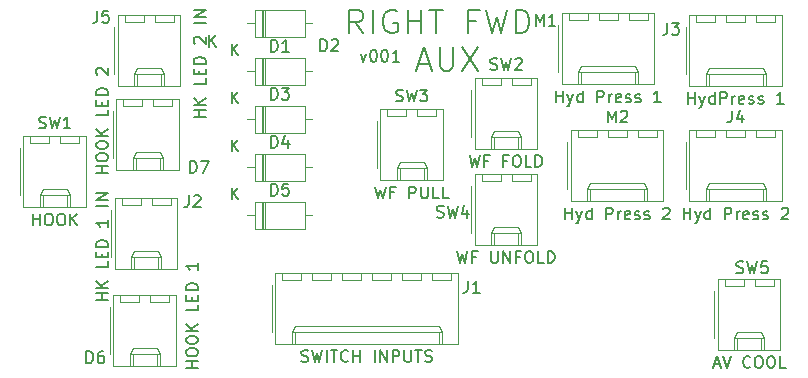
<source format=gbr>
G04 #@! TF.GenerationSoftware,KiCad,Pcbnew,(5.1.5-0-10_14)*
G04 #@! TF.CreationDate,2021-04-18T15:07:52+10:00*
G04 #@! TF.ProjectId,OH - Right Console - Forward Aux,4f48202d-2052-4696-9768-7420436f6e73,rev?*
G04 #@! TF.SameCoordinates,Original*
G04 #@! TF.FileFunction,Legend,Top*
G04 #@! TF.FilePolarity,Positive*
%FSLAX46Y46*%
G04 Gerber Fmt 4.6, Leading zero omitted, Abs format (unit mm)*
G04 Created by KiCad (PCBNEW (5.1.5-0-10_14)) date 2021-04-18 15:07:52*
%MOMM*%
%LPD*%
G04 APERTURE LIST*
%ADD10C,0.150000*%
%ADD11C,0.120000*%
G04 APERTURE END LIST*
D10*
X136255333Y-84240714D02*
X136493428Y-84907380D01*
X136731523Y-84240714D01*
X137302952Y-83907380D02*
X137398190Y-83907380D01*
X137493428Y-83955000D01*
X137541047Y-84002619D01*
X137588666Y-84097857D01*
X137636285Y-84288333D01*
X137636285Y-84526428D01*
X137588666Y-84716904D01*
X137541047Y-84812142D01*
X137493428Y-84859761D01*
X137398190Y-84907380D01*
X137302952Y-84907380D01*
X137207714Y-84859761D01*
X137160095Y-84812142D01*
X137112476Y-84716904D01*
X137064857Y-84526428D01*
X137064857Y-84288333D01*
X137112476Y-84097857D01*
X137160095Y-84002619D01*
X137207714Y-83955000D01*
X137302952Y-83907380D01*
X138255333Y-83907380D02*
X138350571Y-83907380D01*
X138445809Y-83955000D01*
X138493428Y-84002619D01*
X138541047Y-84097857D01*
X138588666Y-84288333D01*
X138588666Y-84526428D01*
X138541047Y-84716904D01*
X138493428Y-84812142D01*
X138445809Y-84859761D01*
X138350571Y-84907380D01*
X138255333Y-84907380D01*
X138160095Y-84859761D01*
X138112476Y-84812142D01*
X138064857Y-84716904D01*
X138017238Y-84526428D01*
X138017238Y-84288333D01*
X138064857Y-84097857D01*
X138112476Y-84002619D01*
X138160095Y-83955000D01*
X138255333Y-83907380D01*
X139541047Y-84907380D02*
X138969619Y-84907380D01*
X139255333Y-84907380D02*
X139255333Y-83907380D01*
X139160095Y-84050238D01*
X139064857Y-84145476D01*
X138969619Y-84193095D01*
X136446523Y-82514761D02*
X135779857Y-81562380D01*
X135303666Y-82514761D02*
X135303666Y-80514761D01*
X136065571Y-80514761D01*
X136256047Y-80610000D01*
X136351285Y-80705238D01*
X136446523Y-80895714D01*
X136446523Y-81181428D01*
X136351285Y-81371904D01*
X136256047Y-81467142D01*
X136065571Y-81562380D01*
X135303666Y-81562380D01*
X137303666Y-82514761D02*
X137303666Y-80514761D01*
X139303666Y-80610000D02*
X139113190Y-80514761D01*
X138827476Y-80514761D01*
X138541761Y-80610000D01*
X138351285Y-80800476D01*
X138256047Y-80990952D01*
X138160809Y-81371904D01*
X138160809Y-81657619D01*
X138256047Y-82038571D01*
X138351285Y-82229047D01*
X138541761Y-82419523D01*
X138827476Y-82514761D01*
X139017952Y-82514761D01*
X139303666Y-82419523D01*
X139398904Y-82324285D01*
X139398904Y-81657619D01*
X139017952Y-81657619D01*
X140256047Y-82514761D02*
X140256047Y-80514761D01*
X140256047Y-81467142D02*
X141398904Y-81467142D01*
X141398904Y-82514761D02*
X141398904Y-80514761D01*
X142065571Y-80514761D02*
X143208428Y-80514761D01*
X142637000Y-82514761D02*
X142637000Y-80514761D01*
X146065571Y-81467142D02*
X145398904Y-81467142D01*
X145398904Y-82514761D02*
X145398904Y-80514761D01*
X146351285Y-80514761D01*
X146922714Y-80514761D02*
X147398904Y-82514761D01*
X147779857Y-81086190D01*
X148160809Y-82514761D01*
X148637000Y-80514761D01*
X149398904Y-82514761D02*
X149398904Y-80514761D01*
X149875095Y-80514761D01*
X150160809Y-80610000D01*
X150351285Y-80800476D01*
X150446523Y-80990952D01*
X150541761Y-81371904D01*
X150541761Y-81657619D01*
X150446523Y-82038571D01*
X150351285Y-82229047D01*
X150160809Y-82419523D01*
X149875095Y-82514761D01*
X149398904Y-82514761D01*
X141160809Y-85093333D02*
X142113190Y-85093333D01*
X140970333Y-85664761D02*
X141637000Y-83664761D01*
X142303666Y-85664761D01*
X142970333Y-83664761D02*
X142970333Y-85283809D01*
X143065571Y-85474285D01*
X143160809Y-85569523D01*
X143351285Y-85664761D01*
X143732238Y-85664761D01*
X143922714Y-85569523D01*
X144017952Y-85474285D01*
X144113190Y-85283809D01*
X144113190Y-83664761D01*
X144875095Y-83664761D02*
X146208428Y-85664761D01*
X146208428Y-83664761D02*
X144875095Y-85664761D01*
D11*
X142659000Y-89518000D02*
X142659000Y-88918000D01*
X141059000Y-89518000D02*
X142659000Y-89518000D01*
X141059000Y-88918000D02*
X141059000Y-89518000D01*
X140119000Y-89518000D02*
X140119000Y-88918000D01*
X138519000Y-89518000D02*
X140119000Y-89518000D01*
X138519000Y-88918000D02*
X138519000Y-89518000D01*
X141609000Y-94938000D02*
X141609000Y-93938000D01*
X139569000Y-94938000D02*
X139569000Y-93938000D01*
X141609000Y-93408000D02*
X141859000Y-93938000D01*
X139569000Y-93408000D02*
X141609000Y-93408000D01*
X139319000Y-93938000D02*
X139569000Y-93408000D01*
X141859000Y-93938000D02*
X141859000Y-94938000D01*
X139319000Y-93938000D02*
X141859000Y-93938000D01*
X139319000Y-94938000D02*
X139319000Y-93938000D01*
X137649000Y-89948000D02*
X137649000Y-93948000D01*
X143239000Y-88918000D02*
X137939000Y-88918000D01*
X143239000Y-94938000D02*
X143239000Y-88918000D01*
X137939000Y-94938000D02*
X143239000Y-94938000D01*
X137939000Y-88918000D02*
X137939000Y-94938000D01*
X143929000Y-103361000D02*
X143929000Y-102761000D01*
X142329000Y-103361000D02*
X143929000Y-103361000D01*
X142329000Y-102761000D02*
X142329000Y-103361000D01*
X141389000Y-103361000D02*
X141389000Y-102761000D01*
X139789000Y-103361000D02*
X141389000Y-103361000D01*
X139789000Y-102761000D02*
X139789000Y-103361000D01*
X138849000Y-103361000D02*
X138849000Y-102761000D01*
X137249000Y-103361000D02*
X138849000Y-103361000D01*
X137249000Y-102761000D02*
X137249000Y-103361000D01*
X136309000Y-103361000D02*
X136309000Y-102761000D01*
X134709000Y-103361000D02*
X136309000Y-103361000D01*
X134709000Y-102761000D02*
X134709000Y-103361000D01*
X133769000Y-103361000D02*
X133769000Y-102761000D01*
X132169000Y-103361000D02*
X133769000Y-103361000D01*
X132169000Y-102761000D02*
X132169000Y-103361000D01*
X131229000Y-103361000D02*
X131229000Y-102761000D01*
X129629000Y-103361000D02*
X131229000Y-103361000D01*
X129629000Y-102761000D02*
X129629000Y-103361000D01*
X142879000Y-108781000D02*
X142879000Y-107781000D01*
X130679000Y-108781000D02*
X130679000Y-107781000D01*
X142879000Y-107251000D02*
X143129000Y-107781000D01*
X130679000Y-107251000D02*
X142879000Y-107251000D01*
X130429000Y-107781000D02*
X130679000Y-107251000D01*
X143129000Y-107781000D02*
X143129000Y-108781000D01*
X130429000Y-107781000D02*
X143129000Y-107781000D01*
X130429000Y-108781000D02*
X130429000Y-107781000D01*
X128759000Y-103791000D02*
X128759000Y-107791000D01*
X144509000Y-102761000D02*
X129049000Y-102761000D01*
X144509000Y-108781000D02*
X144509000Y-102761000D01*
X129049000Y-108781000D02*
X144509000Y-108781000D01*
X129049000Y-102761000D02*
X129049000Y-108781000D01*
X127893000Y-88669000D02*
X127893000Y-90909000D01*
X128133000Y-88669000D02*
X128133000Y-90909000D01*
X128013000Y-88669000D02*
X128013000Y-90909000D01*
X132183000Y-89789000D02*
X131533000Y-89789000D01*
X126643000Y-89789000D02*
X127293000Y-89789000D01*
X131533000Y-88669000D02*
X127293000Y-88669000D01*
X131533000Y-90909000D02*
X131533000Y-88669000D01*
X127293000Y-90909000D02*
X131533000Y-90909000D01*
X127293000Y-88669000D02*
X127293000Y-90909000D01*
X171361000Y-81517000D02*
X171361000Y-80917000D01*
X169761000Y-81517000D02*
X171361000Y-81517000D01*
X169761000Y-80917000D02*
X169761000Y-81517000D01*
X168821000Y-81517000D02*
X168821000Y-80917000D01*
X167221000Y-81517000D02*
X168821000Y-81517000D01*
X167221000Y-80917000D02*
X167221000Y-81517000D01*
X166281000Y-81517000D02*
X166281000Y-80917000D01*
X164681000Y-81517000D02*
X166281000Y-81517000D01*
X164681000Y-80917000D02*
X164681000Y-81517000D01*
X170311000Y-86937000D02*
X170311000Y-85937000D01*
X165731000Y-86937000D02*
X165731000Y-85937000D01*
X170311000Y-85407000D02*
X170561000Y-85937000D01*
X165731000Y-85407000D02*
X170311000Y-85407000D01*
X165481000Y-85937000D02*
X165731000Y-85407000D01*
X170561000Y-85937000D02*
X170561000Y-86937000D01*
X165481000Y-85937000D02*
X170561000Y-85937000D01*
X165481000Y-86937000D02*
X165481000Y-85937000D01*
X163811000Y-81947000D02*
X163811000Y-85947000D01*
X171941000Y-80917000D02*
X164101000Y-80917000D01*
X171941000Y-86937000D02*
X171941000Y-80917000D01*
X164101000Y-86937000D02*
X171941000Y-86937000D01*
X164101000Y-80917000D02*
X164101000Y-86937000D01*
X171234000Y-103869000D02*
X171234000Y-103269000D01*
X169634000Y-103869000D02*
X171234000Y-103869000D01*
X169634000Y-103269000D02*
X169634000Y-103869000D01*
X168694000Y-103869000D02*
X168694000Y-103269000D01*
X167094000Y-103869000D02*
X168694000Y-103869000D01*
X167094000Y-103269000D02*
X167094000Y-103869000D01*
X170184000Y-109289000D02*
X170184000Y-108289000D01*
X168144000Y-109289000D02*
X168144000Y-108289000D01*
X170184000Y-107759000D02*
X170434000Y-108289000D01*
X168144000Y-107759000D02*
X170184000Y-107759000D01*
X167894000Y-108289000D02*
X168144000Y-107759000D01*
X170434000Y-108289000D02*
X170434000Y-109289000D01*
X167894000Y-108289000D02*
X170434000Y-108289000D01*
X167894000Y-109289000D02*
X167894000Y-108289000D01*
X166224000Y-104299000D02*
X166224000Y-108299000D01*
X171814000Y-103269000D02*
X166514000Y-103269000D01*
X171814000Y-109289000D02*
X171814000Y-103269000D01*
X166514000Y-109289000D02*
X171814000Y-109289000D01*
X166514000Y-103269000D02*
X166514000Y-109289000D01*
X150660000Y-94979000D02*
X150660000Y-94379000D01*
X149060000Y-94979000D02*
X150660000Y-94979000D01*
X149060000Y-94379000D02*
X149060000Y-94979000D01*
X148120000Y-94979000D02*
X148120000Y-94379000D01*
X146520000Y-94979000D02*
X148120000Y-94979000D01*
X146520000Y-94379000D02*
X146520000Y-94979000D01*
X149610000Y-100399000D02*
X149610000Y-99399000D01*
X147570000Y-100399000D02*
X147570000Y-99399000D01*
X149610000Y-98869000D02*
X149860000Y-99399000D01*
X147570000Y-98869000D02*
X149610000Y-98869000D01*
X147320000Y-99399000D02*
X147570000Y-98869000D01*
X149860000Y-99399000D02*
X149860000Y-100399000D01*
X147320000Y-99399000D02*
X149860000Y-99399000D01*
X147320000Y-100399000D02*
X147320000Y-99399000D01*
X145650000Y-95409000D02*
X145650000Y-99409000D01*
X151240000Y-94379000D02*
X145940000Y-94379000D01*
X151240000Y-100399000D02*
X151240000Y-94379000D01*
X145940000Y-100399000D02*
X151240000Y-100399000D01*
X145940000Y-94379000D02*
X145940000Y-100399000D01*
X150660000Y-86851000D02*
X150660000Y-86251000D01*
X149060000Y-86851000D02*
X150660000Y-86851000D01*
X149060000Y-86251000D02*
X149060000Y-86851000D01*
X148120000Y-86851000D02*
X148120000Y-86251000D01*
X146520000Y-86851000D02*
X148120000Y-86851000D01*
X146520000Y-86251000D02*
X146520000Y-86851000D01*
X149610000Y-92271000D02*
X149610000Y-91271000D01*
X147570000Y-92271000D02*
X147570000Y-91271000D01*
X149610000Y-90741000D02*
X149860000Y-91271000D01*
X147570000Y-90741000D02*
X149610000Y-90741000D01*
X147320000Y-91271000D02*
X147570000Y-90741000D01*
X149860000Y-91271000D02*
X149860000Y-92271000D01*
X147320000Y-91271000D02*
X149860000Y-91271000D01*
X147320000Y-92271000D02*
X147320000Y-91271000D01*
X145650000Y-87281000D02*
X145650000Y-91281000D01*
X151240000Y-86251000D02*
X145940000Y-86251000D01*
X151240000Y-92271000D02*
X151240000Y-86251000D01*
X145940000Y-92271000D02*
X151240000Y-92271000D01*
X145940000Y-86251000D02*
X145940000Y-92271000D01*
X112433000Y-91804000D02*
X112433000Y-91204000D01*
X110833000Y-91804000D02*
X112433000Y-91804000D01*
X110833000Y-91204000D02*
X110833000Y-91804000D01*
X109893000Y-91804000D02*
X109893000Y-91204000D01*
X108293000Y-91804000D02*
X109893000Y-91804000D01*
X108293000Y-91204000D02*
X108293000Y-91804000D01*
X111383000Y-97224000D02*
X111383000Y-96224000D01*
X109343000Y-97224000D02*
X109343000Y-96224000D01*
X111383000Y-95694000D02*
X111633000Y-96224000D01*
X109343000Y-95694000D02*
X111383000Y-95694000D01*
X109093000Y-96224000D02*
X109343000Y-95694000D01*
X111633000Y-96224000D02*
X111633000Y-97224000D01*
X109093000Y-96224000D02*
X111633000Y-96224000D01*
X109093000Y-97224000D02*
X109093000Y-96224000D01*
X107423000Y-92234000D02*
X107423000Y-96234000D01*
X113013000Y-91204000D02*
X107713000Y-91204000D01*
X113013000Y-97224000D02*
X113013000Y-91204000D01*
X107713000Y-97224000D02*
X113013000Y-97224000D01*
X107713000Y-91204000D02*
X107713000Y-97224000D01*
X161328000Y-91296000D02*
X161328000Y-90696000D01*
X159728000Y-91296000D02*
X161328000Y-91296000D01*
X159728000Y-90696000D02*
X159728000Y-91296000D01*
X158788000Y-91296000D02*
X158788000Y-90696000D01*
X157188000Y-91296000D02*
X158788000Y-91296000D01*
X157188000Y-90696000D02*
X157188000Y-91296000D01*
X156248000Y-91296000D02*
X156248000Y-90696000D01*
X154648000Y-91296000D02*
X156248000Y-91296000D01*
X154648000Y-90696000D02*
X154648000Y-91296000D01*
X160278000Y-96716000D02*
X160278000Y-95716000D01*
X155698000Y-96716000D02*
X155698000Y-95716000D01*
X160278000Y-95186000D02*
X160528000Y-95716000D01*
X155698000Y-95186000D02*
X160278000Y-95186000D01*
X155448000Y-95716000D02*
X155698000Y-95186000D01*
X160528000Y-95716000D02*
X160528000Y-96716000D01*
X155448000Y-95716000D02*
X160528000Y-95716000D01*
X155448000Y-96716000D02*
X155448000Y-95716000D01*
X153778000Y-91726000D02*
X153778000Y-95726000D01*
X161908000Y-90696000D02*
X154068000Y-90696000D01*
X161908000Y-96716000D02*
X161908000Y-90696000D01*
X154068000Y-96716000D02*
X161908000Y-96716000D01*
X154068000Y-90696000D02*
X154068000Y-96716000D01*
X160566000Y-81390000D02*
X160566000Y-80790000D01*
X158966000Y-81390000D02*
X160566000Y-81390000D01*
X158966000Y-80790000D02*
X158966000Y-81390000D01*
X158026000Y-81390000D02*
X158026000Y-80790000D01*
X156426000Y-81390000D02*
X158026000Y-81390000D01*
X156426000Y-80790000D02*
X156426000Y-81390000D01*
X155486000Y-81390000D02*
X155486000Y-80790000D01*
X153886000Y-81390000D02*
X155486000Y-81390000D01*
X153886000Y-80790000D02*
X153886000Y-81390000D01*
X159516000Y-86810000D02*
X159516000Y-85810000D01*
X154936000Y-86810000D02*
X154936000Y-85810000D01*
X159516000Y-85280000D02*
X159766000Y-85810000D01*
X154936000Y-85280000D02*
X159516000Y-85280000D01*
X154686000Y-85810000D02*
X154936000Y-85280000D01*
X159766000Y-85810000D02*
X159766000Y-86810000D01*
X154686000Y-85810000D02*
X159766000Y-85810000D01*
X154686000Y-86810000D02*
X154686000Y-85810000D01*
X153016000Y-81820000D02*
X153016000Y-85820000D01*
X161146000Y-80790000D02*
X153306000Y-80790000D01*
X161146000Y-86810000D02*
X161146000Y-80790000D01*
X153306000Y-86810000D02*
X161146000Y-86810000D01*
X153306000Y-80790000D02*
X153306000Y-86810000D01*
X120434000Y-81517000D02*
X120434000Y-80917000D01*
X118834000Y-81517000D02*
X120434000Y-81517000D01*
X118834000Y-80917000D02*
X118834000Y-81517000D01*
X117894000Y-81517000D02*
X117894000Y-80917000D01*
X116294000Y-81517000D02*
X117894000Y-81517000D01*
X116294000Y-80917000D02*
X116294000Y-81517000D01*
X119384000Y-86937000D02*
X119384000Y-85937000D01*
X117344000Y-86937000D02*
X117344000Y-85937000D01*
X119384000Y-85407000D02*
X119634000Y-85937000D01*
X117344000Y-85407000D02*
X119384000Y-85407000D01*
X117094000Y-85937000D02*
X117344000Y-85407000D01*
X119634000Y-85937000D02*
X119634000Y-86937000D01*
X117094000Y-85937000D02*
X119634000Y-85937000D01*
X117094000Y-86937000D02*
X117094000Y-85937000D01*
X115424000Y-81947000D02*
X115424000Y-85947000D01*
X121014000Y-80917000D02*
X115714000Y-80917000D01*
X121014000Y-86937000D02*
X121014000Y-80917000D01*
X115714000Y-86937000D02*
X121014000Y-86937000D01*
X115714000Y-80917000D02*
X115714000Y-86937000D01*
X171361000Y-91296000D02*
X171361000Y-90696000D01*
X169761000Y-91296000D02*
X171361000Y-91296000D01*
X169761000Y-90696000D02*
X169761000Y-91296000D01*
X168821000Y-91296000D02*
X168821000Y-90696000D01*
X167221000Y-91296000D02*
X168821000Y-91296000D01*
X167221000Y-90696000D02*
X167221000Y-91296000D01*
X166281000Y-91296000D02*
X166281000Y-90696000D01*
X164681000Y-91296000D02*
X166281000Y-91296000D01*
X164681000Y-90696000D02*
X164681000Y-91296000D01*
X170311000Y-96716000D02*
X170311000Y-95716000D01*
X165731000Y-96716000D02*
X165731000Y-95716000D01*
X170311000Y-95186000D02*
X170561000Y-95716000D01*
X165731000Y-95186000D02*
X170311000Y-95186000D01*
X165481000Y-95716000D02*
X165731000Y-95186000D01*
X170561000Y-95716000D02*
X170561000Y-96716000D01*
X165481000Y-95716000D02*
X170561000Y-95716000D01*
X165481000Y-96716000D02*
X165481000Y-95716000D01*
X163811000Y-91726000D02*
X163811000Y-95726000D01*
X171941000Y-90696000D02*
X164101000Y-90696000D01*
X171941000Y-96716000D02*
X171941000Y-90696000D01*
X164101000Y-96716000D02*
X171941000Y-96716000D01*
X164101000Y-90696000D02*
X164101000Y-96716000D01*
X120180000Y-97011000D02*
X120180000Y-96411000D01*
X118580000Y-97011000D02*
X120180000Y-97011000D01*
X118580000Y-96411000D02*
X118580000Y-97011000D01*
X117640000Y-97011000D02*
X117640000Y-96411000D01*
X116040000Y-97011000D02*
X117640000Y-97011000D01*
X116040000Y-96411000D02*
X116040000Y-97011000D01*
X119130000Y-102431000D02*
X119130000Y-101431000D01*
X117090000Y-102431000D02*
X117090000Y-101431000D01*
X119130000Y-100901000D02*
X119380000Y-101431000D01*
X117090000Y-100901000D02*
X119130000Y-100901000D01*
X116840000Y-101431000D02*
X117090000Y-100901000D01*
X119380000Y-101431000D02*
X119380000Y-102431000D01*
X116840000Y-101431000D02*
X119380000Y-101431000D01*
X116840000Y-102431000D02*
X116840000Y-101431000D01*
X115170000Y-97441000D02*
X115170000Y-101441000D01*
X120760000Y-96411000D02*
X115460000Y-96411000D01*
X120760000Y-102431000D02*
X120760000Y-96411000D01*
X115460000Y-102431000D02*
X120760000Y-102431000D01*
X115460000Y-96411000D02*
X115460000Y-102431000D01*
X120307000Y-88629000D02*
X120307000Y-88029000D01*
X118707000Y-88629000D02*
X120307000Y-88629000D01*
X118707000Y-88029000D02*
X118707000Y-88629000D01*
X117767000Y-88629000D02*
X117767000Y-88029000D01*
X116167000Y-88629000D02*
X117767000Y-88629000D01*
X116167000Y-88029000D02*
X116167000Y-88629000D01*
X119257000Y-94049000D02*
X119257000Y-93049000D01*
X117217000Y-94049000D02*
X117217000Y-93049000D01*
X119257000Y-92519000D02*
X119507000Y-93049000D01*
X117217000Y-92519000D02*
X119257000Y-92519000D01*
X116967000Y-93049000D02*
X117217000Y-92519000D01*
X119507000Y-93049000D02*
X119507000Y-94049000D01*
X116967000Y-93049000D02*
X119507000Y-93049000D01*
X116967000Y-94049000D02*
X116967000Y-93049000D01*
X115297000Y-89059000D02*
X115297000Y-93059000D01*
X120887000Y-88029000D02*
X115587000Y-88029000D01*
X120887000Y-94049000D02*
X120887000Y-88029000D01*
X115587000Y-94049000D02*
X120887000Y-94049000D01*
X115587000Y-88029000D02*
X115587000Y-94049000D01*
X120053000Y-105266000D02*
X120053000Y-104666000D01*
X118453000Y-105266000D02*
X120053000Y-105266000D01*
X118453000Y-104666000D02*
X118453000Y-105266000D01*
X117513000Y-105266000D02*
X117513000Y-104666000D01*
X115913000Y-105266000D02*
X117513000Y-105266000D01*
X115913000Y-104666000D02*
X115913000Y-105266000D01*
X119003000Y-110686000D02*
X119003000Y-109686000D01*
X116963000Y-110686000D02*
X116963000Y-109686000D01*
X119003000Y-109156000D02*
X119253000Y-109686000D01*
X116963000Y-109156000D02*
X119003000Y-109156000D01*
X116713000Y-109686000D02*
X116963000Y-109156000D01*
X119253000Y-109686000D02*
X119253000Y-110686000D01*
X116713000Y-109686000D02*
X119253000Y-109686000D01*
X116713000Y-110686000D02*
X116713000Y-109686000D01*
X115043000Y-105696000D02*
X115043000Y-109696000D01*
X120633000Y-104666000D02*
X115333000Y-104666000D01*
X120633000Y-110686000D02*
X120633000Y-104666000D01*
X115333000Y-110686000D02*
X120633000Y-110686000D01*
X115333000Y-104666000D02*
X115333000Y-110686000D01*
X127893000Y-96797000D02*
X127893000Y-99037000D01*
X128133000Y-96797000D02*
X128133000Y-99037000D01*
X128013000Y-96797000D02*
X128013000Y-99037000D01*
X132183000Y-97917000D02*
X131533000Y-97917000D01*
X126643000Y-97917000D02*
X127293000Y-97917000D01*
X131533000Y-96797000D02*
X127293000Y-96797000D01*
X131533000Y-99037000D02*
X131533000Y-96797000D01*
X127293000Y-99037000D02*
X131533000Y-99037000D01*
X127293000Y-96797000D02*
X127293000Y-99037000D01*
X127893000Y-92733000D02*
X127893000Y-94973000D01*
X128133000Y-92733000D02*
X128133000Y-94973000D01*
X128013000Y-92733000D02*
X128013000Y-94973000D01*
X132183000Y-93853000D02*
X131533000Y-93853000D01*
X126643000Y-93853000D02*
X127293000Y-93853000D01*
X131533000Y-92733000D02*
X127293000Y-92733000D01*
X131533000Y-94973000D02*
X131533000Y-92733000D01*
X127293000Y-94973000D02*
X131533000Y-94973000D01*
X127293000Y-92733000D02*
X127293000Y-94973000D01*
X127893000Y-80541000D02*
X127893000Y-82781000D01*
X128133000Y-80541000D02*
X128133000Y-82781000D01*
X128013000Y-80541000D02*
X128013000Y-82781000D01*
X132183000Y-81661000D02*
X131533000Y-81661000D01*
X126643000Y-81661000D02*
X127293000Y-81661000D01*
X131533000Y-80541000D02*
X127293000Y-80541000D01*
X131533000Y-82781000D02*
X131533000Y-80541000D01*
X127293000Y-82781000D02*
X131533000Y-82781000D01*
X127293000Y-80541000D02*
X127293000Y-82781000D01*
X127893000Y-84605000D02*
X127893000Y-86845000D01*
X128133000Y-84605000D02*
X128133000Y-86845000D01*
X128013000Y-84605000D02*
X128013000Y-86845000D01*
X132183000Y-85725000D02*
X131533000Y-85725000D01*
X126643000Y-85725000D02*
X127293000Y-85725000D01*
X131533000Y-84605000D02*
X127293000Y-84605000D01*
X131533000Y-86845000D02*
X131533000Y-84605000D01*
X127293000Y-86845000D02*
X131533000Y-86845000D01*
X127293000Y-84605000D02*
X127293000Y-86845000D01*
D10*
X139255666Y-88232761D02*
X139398523Y-88280380D01*
X139636619Y-88280380D01*
X139731857Y-88232761D01*
X139779476Y-88185142D01*
X139827095Y-88089904D01*
X139827095Y-87994666D01*
X139779476Y-87899428D01*
X139731857Y-87851809D01*
X139636619Y-87804190D01*
X139446142Y-87756571D01*
X139350904Y-87708952D01*
X139303285Y-87661333D01*
X139255666Y-87566095D01*
X139255666Y-87470857D01*
X139303285Y-87375619D01*
X139350904Y-87328000D01*
X139446142Y-87280380D01*
X139684238Y-87280380D01*
X139827095Y-87328000D01*
X140160428Y-87280380D02*
X140398523Y-88280380D01*
X140589000Y-87566095D01*
X140779476Y-88280380D01*
X141017571Y-87280380D01*
X141303285Y-87280380D02*
X141922333Y-87280380D01*
X141589000Y-87661333D01*
X141731857Y-87661333D01*
X141827095Y-87708952D01*
X141874714Y-87756571D01*
X141922333Y-87851809D01*
X141922333Y-88089904D01*
X141874714Y-88185142D01*
X141827095Y-88232761D01*
X141731857Y-88280380D01*
X141446142Y-88280380D01*
X141350904Y-88232761D01*
X141303285Y-88185142D01*
X137517571Y-95480380D02*
X137755666Y-96480380D01*
X137946142Y-95766095D01*
X138136619Y-96480380D01*
X138374714Y-95480380D01*
X139089000Y-95956571D02*
X138755666Y-95956571D01*
X138755666Y-96480380D02*
X138755666Y-95480380D01*
X139231857Y-95480380D01*
X140374714Y-96480380D02*
X140374714Y-95480380D01*
X140755666Y-95480380D01*
X140850904Y-95528000D01*
X140898523Y-95575619D01*
X140946142Y-95670857D01*
X140946142Y-95813714D01*
X140898523Y-95908952D01*
X140850904Y-95956571D01*
X140755666Y-96004190D01*
X140374714Y-96004190D01*
X141374714Y-95480380D02*
X141374714Y-96289904D01*
X141422333Y-96385142D01*
X141469952Y-96432761D01*
X141565190Y-96480380D01*
X141755666Y-96480380D01*
X141850904Y-96432761D01*
X141898523Y-96385142D01*
X141946142Y-96289904D01*
X141946142Y-95480380D01*
X142898523Y-96480380D02*
X142422333Y-96480380D01*
X142422333Y-95480380D01*
X143708047Y-96480380D02*
X143231857Y-96480380D01*
X143231857Y-95480380D01*
X145335666Y-103465380D02*
X145335666Y-104179666D01*
X145288047Y-104322523D01*
X145192809Y-104417761D01*
X145049952Y-104465380D01*
X144954714Y-104465380D01*
X146335666Y-104465380D02*
X145764238Y-104465380D01*
X146049952Y-104465380D02*
X146049952Y-103465380D01*
X145954714Y-103608238D01*
X145859476Y-103703476D01*
X145764238Y-103751095D01*
X131255190Y-110275761D02*
X131398047Y-110323380D01*
X131636142Y-110323380D01*
X131731380Y-110275761D01*
X131779000Y-110228142D01*
X131826619Y-110132904D01*
X131826619Y-110037666D01*
X131779000Y-109942428D01*
X131731380Y-109894809D01*
X131636142Y-109847190D01*
X131445666Y-109799571D01*
X131350428Y-109751952D01*
X131302809Y-109704333D01*
X131255190Y-109609095D01*
X131255190Y-109513857D01*
X131302809Y-109418619D01*
X131350428Y-109371000D01*
X131445666Y-109323380D01*
X131683761Y-109323380D01*
X131826619Y-109371000D01*
X132159952Y-109323380D02*
X132398047Y-110323380D01*
X132588523Y-109609095D01*
X132779000Y-110323380D01*
X133017095Y-109323380D01*
X133398047Y-110323380D02*
X133398047Y-109323380D01*
X133731380Y-109323380D02*
X134302809Y-109323380D01*
X134017095Y-110323380D02*
X134017095Y-109323380D01*
X135207571Y-110228142D02*
X135159952Y-110275761D01*
X135017095Y-110323380D01*
X134921857Y-110323380D01*
X134779000Y-110275761D01*
X134683761Y-110180523D01*
X134636142Y-110085285D01*
X134588523Y-109894809D01*
X134588523Y-109751952D01*
X134636142Y-109561476D01*
X134683761Y-109466238D01*
X134779000Y-109371000D01*
X134921857Y-109323380D01*
X135017095Y-109323380D01*
X135159952Y-109371000D01*
X135207571Y-109418619D01*
X135636142Y-110323380D02*
X135636142Y-109323380D01*
X135636142Y-109799571D02*
X136207571Y-109799571D01*
X136207571Y-110323380D02*
X136207571Y-109323380D01*
X137445666Y-110323380D02*
X137445666Y-109323380D01*
X137921857Y-110323380D02*
X137921857Y-109323380D01*
X138493285Y-110323380D01*
X138493285Y-109323380D01*
X138969476Y-110323380D02*
X138969476Y-109323380D01*
X139350428Y-109323380D01*
X139445666Y-109371000D01*
X139493285Y-109418619D01*
X139540904Y-109513857D01*
X139540904Y-109656714D01*
X139493285Y-109751952D01*
X139445666Y-109799571D01*
X139350428Y-109847190D01*
X138969476Y-109847190D01*
X139969476Y-109323380D02*
X139969476Y-110132904D01*
X140017095Y-110228142D01*
X140064714Y-110275761D01*
X140159952Y-110323380D01*
X140350428Y-110323380D01*
X140445666Y-110275761D01*
X140493285Y-110228142D01*
X140540904Y-110132904D01*
X140540904Y-109323380D01*
X140874238Y-109323380D02*
X141445666Y-109323380D01*
X141159952Y-110323380D02*
X141159952Y-109323380D01*
X141731380Y-110275761D02*
X141874238Y-110323380D01*
X142112333Y-110323380D01*
X142207571Y-110275761D01*
X142255190Y-110228142D01*
X142302809Y-110132904D01*
X142302809Y-110037666D01*
X142255190Y-109942428D01*
X142207571Y-109894809D01*
X142112333Y-109847190D01*
X141921857Y-109799571D01*
X141826619Y-109751952D01*
X141779000Y-109704333D01*
X141731380Y-109609095D01*
X141731380Y-109513857D01*
X141779000Y-109418619D01*
X141826619Y-109371000D01*
X141921857Y-109323380D01*
X142159952Y-109323380D01*
X142302809Y-109371000D01*
X128674904Y-88121380D02*
X128674904Y-87121380D01*
X128913000Y-87121380D01*
X129055857Y-87169000D01*
X129151095Y-87264238D01*
X129198714Y-87359476D01*
X129246333Y-87549952D01*
X129246333Y-87692809D01*
X129198714Y-87883285D01*
X129151095Y-87978523D01*
X129055857Y-88073761D01*
X128913000Y-88121380D01*
X128674904Y-88121380D01*
X129579666Y-87121380D02*
X130198714Y-87121380D01*
X129865380Y-87502333D01*
X130008238Y-87502333D01*
X130103476Y-87549952D01*
X130151095Y-87597571D01*
X130198714Y-87692809D01*
X130198714Y-87930904D01*
X130151095Y-88026142D01*
X130103476Y-88073761D01*
X130008238Y-88121380D01*
X129722523Y-88121380D01*
X129627285Y-88073761D01*
X129579666Y-88026142D01*
X125341095Y-88441380D02*
X125341095Y-87441380D01*
X125912523Y-88441380D02*
X125483952Y-87869952D01*
X125912523Y-87441380D02*
X125341095Y-88012809D01*
X162226666Y-81621380D02*
X162226666Y-82335666D01*
X162179047Y-82478523D01*
X162083809Y-82573761D01*
X161940952Y-82621380D01*
X161845714Y-82621380D01*
X162607619Y-81621380D02*
X163226666Y-81621380D01*
X162893333Y-82002333D01*
X163036190Y-82002333D01*
X163131428Y-82049952D01*
X163179047Y-82097571D01*
X163226666Y-82192809D01*
X163226666Y-82430904D01*
X163179047Y-82526142D01*
X163131428Y-82573761D01*
X163036190Y-82621380D01*
X162750476Y-82621380D01*
X162655238Y-82573761D01*
X162607619Y-82526142D01*
X163997190Y-88479380D02*
X163997190Y-87479380D01*
X163997190Y-87955571D02*
X164568619Y-87955571D01*
X164568619Y-88479380D02*
X164568619Y-87479380D01*
X164949571Y-87812714D02*
X165187666Y-88479380D01*
X165425761Y-87812714D02*
X165187666Y-88479380D01*
X165092428Y-88717476D01*
X165044809Y-88765095D01*
X164949571Y-88812714D01*
X166235285Y-88479380D02*
X166235285Y-87479380D01*
X166235285Y-88431761D02*
X166140047Y-88479380D01*
X165949571Y-88479380D01*
X165854333Y-88431761D01*
X165806714Y-88384142D01*
X165759095Y-88288904D01*
X165759095Y-88003190D01*
X165806714Y-87907952D01*
X165854333Y-87860333D01*
X165949571Y-87812714D01*
X166140047Y-87812714D01*
X166235285Y-87860333D01*
X166711476Y-88479380D02*
X166711476Y-87479380D01*
X167092428Y-87479380D01*
X167187666Y-87527000D01*
X167235285Y-87574619D01*
X167282904Y-87669857D01*
X167282904Y-87812714D01*
X167235285Y-87907952D01*
X167187666Y-87955571D01*
X167092428Y-88003190D01*
X166711476Y-88003190D01*
X167711476Y-88479380D02*
X167711476Y-87812714D01*
X167711476Y-88003190D02*
X167759095Y-87907952D01*
X167806714Y-87860333D01*
X167901952Y-87812714D01*
X167997190Y-87812714D01*
X168711476Y-88431761D02*
X168616238Y-88479380D01*
X168425761Y-88479380D01*
X168330523Y-88431761D01*
X168282904Y-88336523D01*
X168282904Y-87955571D01*
X168330523Y-87860333D01*
X168425761Y-87812714D01*
X168616238Y-87812714D01*
X168711476Y-87860333D01*
X168759095Y-87955571D01*
X168759095Y-88050809D01*
X168282904Y-88146047D01*
X169140047Y-88431761D02*
X169235285Y-88479380D01*
X169425761Y-88479380D01*
X169521000Y-88431761D01*
X169568619Y-88336523D01*
X169568619Y-88288904D01*
X169521000Y-88193666D01*
X169425761Y-88146047D01*
X169282904Y-88146047D01*
X169187666Y-88098428D01*
X169140047Y-88003190D01*
X169140047Y-87955571D01*
X169187666Y-87860333D01*
X169282904Y-87812714D01*
X169425761Y-87812714D01*
X169521000Y-87860333D01*
X169949571Y-88431761D02*
X170044809Y-88479380D01*
X170235285Y-88479380D01*
X170330523Y-88431761D01*
X170378142Y-88336523D01*
X170378142Y-88288904D01*
X170330523Y-88193666D01*
X170235285Y-88146047D01*
X170092428Y-88146047D01*
X169997190Y-88098428D01*
X169949571Y-88003190D01*
X169949571Y-87955571D01*
X169997190Y-87860333D01*
X170092428Y-87812714D01*
X170235285Y-87812714D01*
X170330523Y-87860333D01*
X172092428Y-88479380D02*
X171521000Y-88479380D01*
X171806714Y-88479380D02*
X171806714Y-87479380D01*
X171711476Y-87622238D01*
X171616238Y-87717476D01*
X171521000Y-87765095D01*
X168084666Y-102766761D02*
X168227523Y-102814380D01*
X168465619Y-102814380D01*
X168560857Y-102766761D01*
X168608476Y-102719142D01*
X168656095Y-102623904D01*
X168656095Y-102528666D01*
X168608476Y-102433428D01*
X168560857Y-102385809D01*
X168465619Y-102338190D01*
X168275142Y-102290571D01*
X168179904Y-102242952D01*
X168132285Y-102195333D01*
X168084666Y-102100095D01*
X168084666Y-102004857D01*
X168132285Y-101909619D01*
X168179904Y-101862000D01*
X168275142Y-101814380D01*
X168513238Y-101814380D01*
X168656095Y-101862000D01*
X168989428Y-101814380D02*
X169227523Y-102814380D01*
X169418000Y-102100095D01*
X169608476Y-102814380D01*
X169846571Y-101814380D01*
X170703714Y-101814380D02*
X170227523Y-101814380D01*
X170179904Y-102290571D01*
X170227523Y-102242952D01*
X170322761Y-102195333D01*
X170560857Y-102195333D01*
X170656095Y-102242952D01*
X170703714Y-102290571D01*
X170751333Y-102385809D01*
X170751333Y-102623904D01*
X170703714Y-102719142D01*
X170656095Y-102766761D01*
X170560857Y-102814380D01*
X170322761Y-102814380D01*
X170227523Y-102766761D01*
X170179904Y-102719142D01*
X166164000Y-110545666D02*
X166640190Y-110545666D01*
X166068761Y-110831380D02*
X166402095Y-109831380D01*
X166735428Y-110831380D01*
X166925904Y-109831380D02*
X167259238Y-110831380D01*
X167592571Y-109831380D01*
X169259238Y-110736142D02*
X169211619Y-110783761D01*
X169068761Y-110831380D01*
X168973523Y-110831380D01*
X168830666Y-110783761D01*
X168735428Y-110688523D01*
X168687809Y-110593285D01*
X168640190Y-110402809D01*
X168640190Y-110259952D01*
X168687809Y-110069476D01*
X168735428Y-109974238D01*
X168830666Y-109879000D01*
X168973523Y-109831380D01*
X169068761Y-109831380D01*
X169211619Y-109879000D01*
X169259238Y-109926619D01*
X169878285Y-109831380D02*
X170068761Y-109831380D01*
X170164000Y-109879000D01*
X170259238Y-109974238D01*
X170306857Y-110164714D01*
X170306857Y-110498047D01*
X170259238Y-110688523D01*
X170164000Y-110783761D01*
X170068761Y-110831380D01*
X169878285Y-110831380D01*
X169783047Y-110783761D01*
X169687809Y-110688523D01*
X169640190Y-110498047D01*
X169640190Y-110164714D01*
X169687809Y-109974238D01*
X169783047Y-109879000D01*
X169878285Y-109831380D01*
X170925904Y-109831380D02*
X171116380Y-109831380D01*
X171211619Y-109879000D01*
X171306857Y-109974238D01*
X171354476Y-110164714D01*
X171354476Y-110498047D01*
X171306857Y-110688523D01*
X171211619Y-110783761D01*
X171116380Y-110831380D01*
X170925904Y-110831380D01*
X170830666Y-110783761D01*
X170735428Y-110688523D01*
X170687809Y-110498047D01*
X170687809Y-110164714D01*
X170735428Y-109974238D01*
X170830666Y-109879000D01*
X170925904Y-109831380D01*
X172259238Y-110831380D02*
X171783047Y-110831380D01*
X171783047Y-109831380D01*
X142726666Y-98067761D02*
X142869523Y-98115380D01*
X143107619Y-98115380D01*
X143202857Y-98067761D01*
X143250476Y-98020142D01*
X143298095Y-97924904D01*
X143298095Y-97829666D01*
X143250476Y-97734428D01*
X143202857Y-97686809D01*
X143107619Y-97639190D01*
X142917142Y-97591571D01*
X142821904Y-97543952D01*
X142774285Y-97496333D01*
X142726666Y-97401095D01*
X142726666Y-97305857D01*
X142774285Y-97210619D01*
X142821904Y-97163000D01*
X142917142Y-97115380D01*
X143155238Y-97115380D01*
X143298095Y-97163000D01*
X143631428Y-97115380D02*
X143869523Y-98115380D01*
X144060000Y-97401095D01*
X144250476Y-98115380D01*
X144488571Y-97115380D01*
X145298095Y-97448714D02*
X145298095Y-98115380D01*
X145060000Y-97067761D02*
X144821904Y-97782047D01*
X145440952Y-97782047D01*
X144447142Y-100941380D02*
X144685238Y-101941380D01*
X144875714Y-101227095D01*
X145066190Y-101941380D01*
X145304285Y-100941380D01*
X146018571Y-101417571D02*
X145685238Y-101417571D01*
X145685238Y-101941380D02*
X145685238Y-100941380D01*
X146161428Y-100941380D01*
X147304285Y-100941380D02*
X147304285Y-101750904D01*
X147351904Y-101846142D01*
X147399523Y-101893761D01*
X147494761Y-101941380D01*
X147685238Y-101941380D01*
X147780476Y-101893761D01*
X147828095Y-101846142D01*
X147875714Y-101750904D01*
X147875714Y-100941380D01*
X148351904Y-101941380D02*
X148351904Y-100941380D01*
X148923333Y-101941380D01*
X148923333Y-100941380D01*
X149732857Y-101417571D02*
X149399523Y-101417571D01*
X149399523Y-101941380D02*
X149399523Y-100941380D01*
X149875714Y-100941380D01*
X150447142Y-100941380D02*
X150637619Y-100941380D01*
X150732857Y-100989000D01*
X150828095Y-101084238D01*
X150875714Y-101274714D01*
X150875714Y-101608047D01*
X150828095Y-101798523D01*
X150732857Y-101893761D01*
X150637619Y-101941380D01*
X150447142Y-101941380D01*
X150351904Y-101893761D01*
X150256666Y-101798523D01*
X150209047Y-101608047D01*
X150209047Y-101274714D01*
X150256666Y-101084238D01*
X150351904Y-100989000D01*
X150447142Y-100941380D01*
X151780476Y-101941380D02*
X151304285Y-101941380D01*
X151304285Y-100941380D01*
X152113809Y-101941380D02*
X152113809Y-100941380D01*
X152351904Y-100941380D01*
X152494761Y-100989000D01*
X152590000Y-101084238D01*
X152637619Y-101179476D01*
X152685238Y-101369952D01*
X152685238Y-101512809D01*
X152637619Y-101703285D01*
X152590000Y-101798523D01*
X152494761Y-101893761D01*
X152351904Y-101941380D01*
X152113809Y-101941380D01*
X147256666Y-85565761D02*
X147399523Y-85613380D01*
X147637619Y-85613380D01*
X147732857Y-85565761D01*
X147780476Y-85518142D01*
X147828095Y-85422904D01*
X147828095Y-85327666D01*
X147780476Y-85232428D01*
X147732857Y-85184809D01*
X147637619Y-85137190D01*
X147447142Y-85089571D01*
X147351904Y-85041952D01*
X147304285Y-84994333D01*
X147256666Y-84899095D01*
X147256666Y-84803857D01*
X147304285Y-84708619D01*
X147351904Y-84661000D01*
X147447142Y-84613380D01*
X147685238Y-84613380D01*
X147828095Y-84661000D01*
X148161428Y-84613380D02*
X148399523Y-85613380D01*
X148590000Y-84899095D01*
X148780476Y-85613380D01*
X149018571Y-84613380D01*
X149351904Y-84708619D02*
X149399523Y-84661000D01*
X149494761Y-84613380D01*
X149732857Y-84613380D01*
X149828095Y-84661000D01*
X149875714Y-84708619D01*
X149923333Y-84803857D01*
X149923333Y-84899095D01*
X149875714Y-85041952D01*
X149304285Y-85613380D01*
X149923333Y-85613380D01*
X145494761Y-92813380D02*
X145732857Y-93813380D01*
X145923333Y-93099095D01*
X146113809Y-93813380D01*
X146351904Y-92813380D01*
X147066190Y-93289571D02*
X146732857Y-93289571D01*
X146732857Y-93813380D02*
X146732857Y-92813380D01*
X147209047Y-92813380D01*
X148685238Y-93289571D02*
X148351904Y-93289571D01*
X148351904Y-93813380D02*
X148351904Y-92813380D01*
X148828095Y-92813380D01*
X149399523Y-92813380D02*
X149590000Y-92813380D01*
X149685238Y-92861000D01*
X149780476Y-92956238D01*
X149828095Y-93146714D01*
X149828095Y-93480047D01*
X149780476Y-93670523D01*
X149685238Y-93765761D01*
X149590000Y-93813380D01*
X149399523Y-93813380D01*
X149304285Y-93765761D01*
X149209047Y-93670523D01*
X149161428Y-93480047D01*
X149161428Y-93146714D01*
X149209047Y-92956238D01*
X149304285Y-92861000D01*
X149399523Y-92813380D01*
X150732857Y-93813380D02*
X150256666Y-93813380D01*
X150256666Y-92813380D01*
X151066190Y-93813380D02*
X151066190Y-92813380D01*
X151304285Y-92813380D01*
X151447142Y-92861000D01*
X151542380Y-92956238D01*
X151590000Y-93051476D01*
X151637619Y-93241952D01*
X151637619Y-93384809D01*
X151590000Y-93575285D01*
X151542380Y-93670523D01*
X151447142Y-93765761D01*
X151304285Y-93813380D01*
X151066190Y-93813380D01*
X109029666Y-90518761D02*
X109172523Y-90566380D01*
X109410619Y-90566380D01*
X109505857Y-90518761D01*
X109553476Y-90471142D01*
X109601095Y-90375904D01*
X109601095Y-90280666D01*
X109553476Y-90185428D01*
X109505857Y-90137809D01*
X109410619Y-90090190D01*
X109220142Y-90042571D01*
X109124904Y-89994952D01*
X109077285Y-89947333D01*
X109029666Y-89852095D01*
X109029666Y-89756857D01*
X109077285Y-89661619D01*
X109124904Y-89614000D01*
X109220142Y-89566380D01*
X109458238Y-89566380D01*
X109601095Y-89614000D01*
X109934428Y-89566380D02*
X110172523Y-90566380D01*
X110363000Y-89852095D01*
X110553476Y-90566380D01*
X110791571Y-89566380D01*
X111696333Y-90566380D02*
X111124904Y-90566380D01*
X111410619Y-90566380D02*
X111410619Y-89566380D01*
X111315380Y-89709238D01*
X111220142Y-89804476D01*
X111124904Y-89852095D01*
X108529666Y-98766380D02*
X108529666Y-97766380D01*
X108529666Y-98242571D02*
X109101095Y-98242571D01*
X109101095Y-98766380D02*
X109101095Y-97766380D01*
X109767761Y-97766380D02*
X109958238Y-97766380D01*
X110053476Y-97814000D01*
X110148714Y-97909238D01*
X110196333Y-98099714D01*
X110196333Y-98433047D01*
X110148714Y-98623523D01*
X110053476Y-98718761D01*
X109958238Y-98766380D01*
X109767761Y-98766380D01*
X109672523Y-98718761D01*
X109577285Y-98623523D01*
X109529666Y-98433047D01*
X109529666Y-98099714D01*
X109577285Y-97909238D01*
X109672523Y-97814000D01*
X109767761Y-97766380D01*
X110815380Y-97766380D02*
X111005857Y-97766380D01*
X111101095Y-97814000D01*
X111196333Y-97909238D01*
X111243952Y-98099714D01*
X111243952Y-98433047D01*
X111196333Y-98623523D01*
X111101095Y-98718761D01*
X111005857Y-98766380D01*
X110815380Y-98766380D01*
X110720142Y-98718761D01*
X110624904Y-98623523D01*
X110577285Y-98433047D01*
X110577285Y-98099714D01*
X110624904Y-97909238D01*
X110720142Y-97814000D01*
X110815380Y-97766380D01*
X111672523Y-98766380D02*
X111672523Y-97766380D01*
X112243952Y-98766380D02*
X111815380Y-98194952D01*
X112243952Y-97766380D02*
X111672523Y-98337809D01*
X157178476Y-90058380D02*
X157178476Y-89058380D01*
X157511809Y-89772666D01*
X157845142Y-89058380D01*
X157845142Y-90058380D01*
X158273714Y-89153619D02*
X158321333Y-89106000D01*
X158416571Y-89058380D01*
X158654666Y-89058380D01*
X158749904Y-89106000D01*
X158797523Y-89153619D01*
X158845142Y-89248857D01*
X158845142Y-89344095D01*
X158797523Y-89486952D01*
X158226095Y-90058380D01*
X158845142Y-90058380D01*
X153583238Y-98258380D02*
X153583238Y-97258380D01*
X153583238Y-97734571D02*
X154154666Y-97734571D01*
X154154666Y-98258380D02*
X154154666Y-97258380D01*
X154535619Y-97591714D02*
X154773714Y-98258380D01*
X155011809Y-97591714D02*
X154773714Y-98258380D01*
X154678476Y-98496476D01*
X154630857Y-98544095D01*
X154535619Y-98591714D01*
X155821333Y-98258380D02*
X155821333Y-97258380D01*
X155821333Y-98210761D02*
X155726095Y-98258380D01*
X155535619Y-98258380D01*
X155440380Y-98210761D01*
X155392761Y-98163142D01*
X155345142Y-98067904D01*
X155345142Y-97782190D01*
X155392761Y-97686952D01*
X155440380Y-97639333D01*
X155535619Y-97591714D01*
X155726095Y-97591714D01*
X155821333Y-97639333D01*
X157059428Y-98258380D02*
X157059428Y-97258380D01*
X157440380Y-97258380D01*
X157535619Y-97306000D01*
X157583238Y-97353619D01*
X157630857Y-97448857D01*
X157630857Y-97591714D01*
X157583238Y-97686952D01*
X157535619Y-97734571D01*
X157440380Y-97782190D01*
X157059428Y-97782190D01*
X158059428Y-98258380D02*
X158059428Y-97591714D01*
X158059428Y-97782190D02*
X158107047Y-97686952D01*
X158154666Y-97639333D01*
X158249904Y-97591714D01*
X158345142Y-97591714D01*
X159059428Y-98210761D02*
X158964190Y-98258380D01*
X158773714Y-98258380D01*
X158678476Y-98210761D01*
X158630857Y-98115523D01*
X158630857Y-97734571D01*
X158678476Y-97639333D01*
X158773714Y-97591714D01*
X158964190Y-97591714D01*
X159059428Y-97639333D01*
X159107047Y-97734571D01*
X159107047Y-97829809D01*
X158630857Y-97925047D01*
X159488000Y-98210761D02*
X159583238Y-98258380D01*
X159773714Y-98258380D01*
X159868952Y-98210761D01*
X159916571Y-98115523D01*
X159916571Y-98067904D01*
X159868952Y-97972666D01*
X159773714Y-97925047D01*
X159630857Y-97925047D01*
X159535619Y-97877428D01*
X159488000Y-97782190D01*
X159488000Y-97734571D01*
X159535619Y-97639333D01*
X159630857Y-97591714D01*
X159773714Y-97591714D01*
X159868952Y-97639333D01*
X160297523Y-98210761D02*
X160392761Y-98258380D01*
X160583238Y-98258380D01*
X160678476Y-98210761D01*
X160726095Y-98115523D01*
X160726095Y-98067904D01*
X160678476Y-97972666D01*
X160583238Y-97925047D01*
X160440380Y-97925047D01*
X160345142Y-97877428D01*
X160297523Y-97782190D01*
X160297523Y-97734571D01*
X160345142Y-97639333D01*
X160440380Y-97591714D01*
X160583238Y-97591714D01*
X160678476Y-97639333D01*
X161868952Y-97353619D02*
X161916571Y-97306000D01*
X162011809Y-97258380D01*
X162249904Y-97258380D01*
X162345142Y-97306000D01*
X162392761Y-97353619D01*
X162440380Y-97448857D01*
X162440380Y-97544095D01*
X162392761Y-97686952D01*
X161821333Y-98258380D01*
X162440380Y-98258380D01*
X151082476Y-81859380D02*
X151082476Y-80859380D01*
X151415809Y-81573666D01*
X151749142Y-80859380D01*
X151749142Y-81859380D01*
X152749142Y-81859380D02*
X152177714Y-81859380D01*
X152463428Y-81859380D02*
X152463428Y-80859380D01*
X152368190Y-81002238D01*
X152272952Y-81097476D01*
X152177714Y-81145095D01*
X152821238Y-88352380D02*
X152821238Y-87352380D01*
X152821238Y-87828571D02*
X153392666Y-87828571D01*
X153392666Y-88352380D02*
X153392666Y-87352380D01*
X153773619Y-87685714D02*
X154011714Y-88352380D01*
X154249809Y-87685714D02*
X154011714Y-88352380D01*
X153916476Y-88590476D01*
X153868857Y-88638095D01*
X153773619Y-88685714D01*
X155059333Y-88352380D02*
X155059333Y-87352380D01*
X155059333Y-88304761D02*
X154964095Y-88352380D01*
X154773619Y-88352380D01*
X154678380Y-88304761D01*
X154630761Y-88257142D01*
X154583142Y-88161904D01*
X154583142Y-87876190D01*
X154630761Y-87780952D01*
X154678380Y-87733333D01*
X154773619Y-87685714D01*
X154964095Y-87685714D01*
X155059333Y-87733333D01*
X156297428Y-88352380D02*
X156297428Y-87352380D01*
X156678380Y-87352380D01*
X156773619Y-87400000D01*
X156821238Y-87447619D01*
X156868857Y-87542857D01*
X156868857Y-87685714D01*
X156821238Y-87780952D01*
X156773619Y-87828571D01*
X156678380Y-87876190D01*
X156297428Y-87876190D01*
X157297428Y-88352380D02*
X157297428Y-87685714D01*
X157297428Y-87876190D02*
X157345047Y-87780952D01*
X157392666Y-87733333D01*
X157487904Y-87685714D01*
X157583142Y-87685714D01*
X158297428Y-88304761D02*
X158202190Y-88352380D01*
X158011714Y-88352380D01*
X157916476Y-88304761D01*
X157868857Y-88209523D01*
X157868857Y-87828571D01*
X157916476Y-87733333D01*
X158011714Y-87685714D01*
X158202190Y-87685714D01*
X158297428Y-87733333D01*
X158345047Y-87828571D01*
X158345047Y-87923809D01*
X157868857Y-88019047D01*
X158726000Y-88304761D02*
X158821238Y-88352380D01*
X159011714Y-88352380D01*
X159106952Y-88304761D01*
X159154571Y-88209523D01*
X159154571Y-88161904D01*
X159106952Y-88066666D01*
X159011714Y-88019047D01*
X158868857Y-88019047D01*
X158773619Y-87971428D01*
X158726000Y-87876190D01*
X158726000Y-87828571D01*
X158773619Y-87733333D01*
X158868857Y-87685714D01*
X159011714Y-87685714D01*
X159106952Y-87733333D01*
X159535523Y-88304761D02*
X159630761Y-88352380D01*
X159821238Y-88352380D01*
X159916476Y-88304761D01*
X159964095Y-88209523D01*
X159964095Y-88161904D01*
X159916476Y-88066666D01*
X159821238Y-88019047D01*
X159678380Y-88019047D01*
X159583142Y-87971428D01*
X159535523Y-87876190D01*
X159535523Y-87828571D01*
X159583142Y-87733333D01*
X159678380Y-87685714D01*
X159821238Y-87685714D01*
X159916476Y-87733333D01*
X161678380Y-88352380D02*
X161106952Y-88352380D01*
X161392666Y-88352380D02*
X161392666Y-87352380D01*
X161297428Y-87495238D01*
X161202190Y-87590476D01*
X161106952Y-87638095D01*
X113966666Y-80605380D02*
X113966666Y-81319666D01*
X113919047Y-81462523D01*
X113823809Y-81557761D01*
X113680952Y-81605380D01*
X113585714Y-81605380D01*
X114919047Y-80605380D02*
X114442857Y-80605380D01*
X114395238Y-81081571D01*
X114442857Y-81033952D01*
X114538095Y-80986333D01*
X114776190Y-80986333D01*
X114871428Y-81033952D01*
X114919047Y-81081571D01*
X114966666Y-81176809D01*
X114966666Y-81414904D01*
X114919047Y-81510142D01*
X114871428Y-81557761D01*
X114776190Y-81605380D01*
X114538095Y-81605380D01*
X114442857Y-81557761D01*
X114395238Y-81510142D01*
X123134380Y-89613809D02*
X122134380Y-89613809D01*
X122610571Y-89613809D02*
X122610571Y-89042380D01*
X123134380Y-89042380D02*
X122134380Y-89042380D01*
X123134380Y-88566190D02*
X122134380Y-88566190D01*
X123134380Y-87994761D02*
X122562952Y-88423333D01*
X122134380Y-87994761D02*
X122705809Y-88566190D01*
X123134380Y-86328095D02*
X123134380Y-86804285D01*
X122134380Y-86804285D01*
X122610571Y-85994761D02*
X122610571Y-85661428D01*
X123134380Y-85518571D02*
X123134380Y-85994761D01*
X122134380Y-85994761D01*
X122134380Y-85518571D01*
X123134380Y-85090000D02*
X122134380Y-85090000D01*
X122134380Y-84851904D01*
X122182000Y-84709047D01*
X122277238Y-84613809D01*
X122372476Y-84566190D01*
X122562952Y-84518571D01*
X122705809Y-84518571D01*
X122896285Y-84566190D01*
X122991523Y-84613809D01*
X123086761Y-84709047D01*
X123134380Y-84851904D01*
X123134380Y-85090000D01*
X122229619Y-83375714D02*
X122182000Y-83328095D01*
X122134380Y-83232857D01*
X122134380Y-82994761D01*
X122182000Y-82899523D01*
X122229619Y-82851904D01*
X122324857Y-82804285D01*
X122420095Y-82804285D01*
X122562952Y-82851904D01*
X123134380Y-83423333D01*
X123134380Y-82804285D01*
X123134380Y-81613809D02*
X122134380Y-81613809D01*
X123134380Y-81137619D02*
X122134380Y-81137619D01*
X123134380Y-80566190D01*
X122134380Y-80566190D01*
X167687666Y-89058380D02*
X167687666Y-89772666D01*
X167640047Y-89915523D01*
X167544809Y-90010761D01*
X167401952Y-90058380D01*
X167306714Y-90058380D01*
X168592428Y-89391714D02*
X168592428Y-90058380D01*
X168354333Y-89010761D02*
X168116238Y-89725047D01*
X168735285Y-89725047D01*
X163616238Y-98258380D02*
X163616238Y-97258380D01*
X163616238Y-97734571D02*
X164187666Y-97734571D01*
X164187666Y-98258380D02*
X164187666Y-97258380D01*
X164568619Y-97591714D02*
X164806714Y-98258380D01*
X165044809Y-97591714D02*
X164806714Y-98258380D01*
X164711476Y-98496476D01*
X164663857Y-98544095D01*
X164568619Y-98591714D01*
X165854333Y-98258380D02*
X165854333Y-97258380D01*
X165854333Y-98210761D02*
X165759095Y-98258380D01*
X165568619Y-98258380D01*
X165473380Y-98210761D01*
X165425761Y-98163142D01*
X165378142Y-98067904D01*
X165378142Y-97782190D01*
X165425761Y-97686952D01*
X165473380Y-97639333D01*
X165568619Y-97591714D01*
X165759095Y-97591714D01*
X165854333Y-97639333D01*
X167092428Y-98258380D02*
X167092428Y-97258380D01*
X167473380Y-97258380D01*
X167568619Y-97306000D01*
X167616238Y-97353619D01*
X167663857Y-97448857D01*
X167663857Y-97591714D01*
X167616238Y-97686952D01*
X167568619Y-97734571D01*
X167473380Y-97782190D01*
X167092428Y-97782190D01*
X168092428Y-98258380D02*
X168092428Y-97591714D01*
X168092428Y-97782190D02*
X168140047Y-97686952D01*
X168187666Y-97639333D01*
X168282904Y-97591714D01*
X168378142Y-97591714D01*
X169092428Y-98210761D02*
X168997190Y-98258380D01*
X168806714Y-98258380D01*
X168711476Y-98210761D01*
X168663857Y-98115523D01*
X168663857Y-97734571D01*
X168711476Y-97639333D01*
X168806714Y-97591714D01*
X168997190Y-97591714D01*
X169092428Y-97639333D01*
X169140047Y-97734571D01*
X169140047Y-97829809D01*
X168663857Y-97925047D01*
X169521000Y-98210761D02*
X169616238Y-98258380D01*
X169806714Y-98258380D01*
X169901952Y-98210761D01*
X169949571Y-98115523D01*
X169949571Y-98067904D01*
X169901952Y-97972666D01*
X169806714Y-97925047D01*
X169663857Y-97925047D01*
X169568619Y-97877428D01*
X169521000Y-97782190D01*
X169521000Y-97734571D01*
X169568619Y-97639333D01*
X169663857Y-97591714D01*
X169806714Y-97591714D01*
X169901952Y-97639333D01*
X170330523Y-98210761D02*
X170425761Y-98258380D01*
X170616238Y-98258380D01*
X170711476Y-98210761D01*
X170759095Y-98115523D01*
X170759095Y-98067904D01*
X170711476Y-97972666D01*
X170616238Y-97925047D01*
X170473380Y-97925047D01*
X170378142Y-97877428D01*
X170330523Y-97782190D01*
X170330523Y-97734571D01*
X170378142Y-97639333D01*
X170473380Y-97591714D01*
X170616238Y-97591714D01*
X170711476Y-97639333D01*
X171901952Y-97353619D02*
X171949571Y-97306000D01*
X172044809Y-97258380D01*
X172282904Y-97258380D01*
X172378142Y-97306000D01*
X172425761Y-97353619D01*
X172473380Y-97448857D01*
X172473380Y-97544095D01*
X172425761Y-97686952D01*
X171854333Y-98258380D01*
X172473380Y-98258380D01*
X121713666Y-96226380D02*
X121713666Y-96940666D01*
X121666047Y-97083523D01*
X121570809Y-97178761D01*
X121427952Y-97226380D01*
X121332714Y-97226380D01*
X122142238Y-96321619D02*
X122189857Y-96274000D01*
X122285095Y-96226380D01*
X122523190Y-96226380D01*
X122618428Y-96274000D01*
X122666047Y-96321619D01*
X122713666Y-96416857D01*
X122713666Y-96512095D01*
X122666047Y-96654952D01*
X122094619Y-97226380D01*
X122713666Y-97226380D01*
X114879380Y-105107809D02*
X113879380Y-105107809D01*
X114355571Y-105107809D02*
X114355571Y-104536380D01*
X114879380Y-104536380D02*
X113879380Y-104536380D01*
X114879380Y-104060190D02*
X113879380Y-104060190D01*
X114879380Y-103488761D02*
X114307952Y-103917333D01*
X113879380Y-103488761D02*
X114450809Y-104060190D01*
X114879380Y-101822095D02*
X114879380Y-102298285D01*
X113879380Y-102298285D01*
X114355571Y-101488761D02*
X114355571Y-101155428D01*
X114879380Y-101012571D02*
X114879380Y-101488761D01*
X113879380Y-101488761D01*
X113879380Y-101012571D01*
X114879380Y-100584000D02*
X113879380Y-100584000D01*
X113879380Y-100345904D01*
X113927000Y-100203047D01*
X114022238Y-100107809D01*
X114117476Y-100060190D01*
X114307952Y-100012571D01*
X114450809Y-100012571D01*
X114641285Y-100060190D01*
X114736523Y-100107809D01*
X114831761Y-100203047D01*
X114879380Y-100345904D01*
X114879380Y-100584000D01*
X114879380Y-98298285D02*
X114879380Y-98869714D01*
X114879380Y-98584000D02*
X113879380Y-98584000D01*
X114022238Y-98679238D01*
X114117476Y-98774476D01*
X114165095Y-98869714D01*
X114879380Y-97107809D02*
X113879380Y-97107809D01*
X114879380Y-96631619D02*
X113879380Y-96631619D01*
X114879380Y-96060190D01*
X113879380Y-96060190D01*
X121816904Y-94305380D02*
X121816904Y-93305380D01*
X122055000Y-93305380D01*
X122197857Y-93353000D01*
X122293095Y-93448238D01*
X122340714Y-93543476D01*
X122388333Y-93733952D01*
X122388333Y-93876809D01*
X122340714Y-94067285D01*
X122293095Y-94162523D01*
X122197857Y-94257761D01*
X122055000Y-94305380D01*
X121816904Y-94305380D01*
X122721666Y-93305380D02*
X123388333Y-93305380D01*
X122959761Y-94305380D01*
X114879380Y-94344571D02*
X113879380Y-94344571D01*
X114355571Y-94344571D02*
X114355571Y-93773142D01*
X114879380Y-93773142D02*
X113879380Y-93773142D01*
X113879380Y-93106476D02*
X113879380Y-92916000D01*
X113927000Y-92820761D01*
X114022238Y-92725523D01*
X114212714Y-92677904D01*
X114546047Y-92677904D01*
X114736523Y-92725523D01*
X114831761Y-92820761D01*
X114879380Y-92916000D01*
X114879380Y-93106476D01*
X114831761Y-93201714D01*
X114736523Y-93296952D01*
X114546047Y-93344571D01*
X114212714Y-93344571D01*
X114022238Y-93296952D01*
X113927000Y-93201714D01*
X113879380Y-93106476D01*
X113879380Y-92058857D02*
X113879380Y-91868380D01*
X113927000Y-91773142D01*
X114022238Y-91677904D01*
X114212714Y-91630285D01*
X114546047Y-91630285D01*
X114736523Y-91677904D01*
X114831761Y-91773142D01*
X114879380Y-91868380D01*
X114879380Y-92058857D01*
X114831761Y-92154095D01*
X114736523Y-92249333D01*
X114546047Y-92296952D01*
X114212714Y-92296952D01*
X114022238Y-92249333D01*
X113927000Y-92154095D01*
X113879380Y-92058857D01*
X114879380Y-91201714D02*
X113879380Y-91201714D01*
X114879380Y-90630285D02*
X114307952Y-91058857D01*
X113879380Y-90630285D02*
X114450809Y-91201714D01*
X114879380Y-88963619D02*
X114879380Y-89439809D01*
X113879380Y-89439809D01*
X114355571Y-88630285D02*
X114355571Y-88296952D01*
X114879380Y-88154095D02*
X114879380Y-88630285D01*
X113879380Y-88630285D01*
X113879380Y-88154095D01*
X114879380Y-87725523D02*
X113879380Y-87725523D01*
X113879380Y-87487428D01*
X113927000Y-87344571D01*
X114022238Y-87249333D01*
X114117476Y-87201714D01*
X114307952Y-87154095D01*
X114450809Y-87154095D01*
X114641285Y-87201714D01*
X114736523Y-87249333D01*
X114831761Y-87344571D01*
X114879380Y-87487428D01*
X114879380Y-87725523D01*
X113974619Y-86011238D02*
X113927000Y-85963619D01*
X113879380Y-85868380D01*
X113879380Y-85630285D01*
X113927000Y-85535047D01*
X113974619Y-85487428D01*
X114069857Y-85439809D01*
X114165095Y-85439809D01*
X114307952Y-85487428D01*
X114879380Y-86058857D01*
X114879380Y-85439809D01*
X113053904Y-110434380D02*
X113053904Y-109434380D01*
X113292000Y-109434380D01*
X113434857Y-109482000D01*
X113530095Y-109577238D01*
X113577714Y-109672476D01*
X113625333Y-109862952D01*
X113625333Y-110005809D01*
X113577714Y-110196285D01*
X113530095Y-110291523D01*
X113434857Y-110386761D01*
X113292000Y-110434380D01*
X113053904Y-110434380D01*
X114482476Y-109434380D02*
X114292000Y-109434380D01*
X114196761Y-109482000D01*
X114149142Y-109529619D01*
X114053904Y-109672476D01*
X114006285Y-109862952D01*
X114006285Y-110243904D01*
X114053904Y-110339142D01*
X114101523Y-110386761D01*
X114196761Y-110434380D01*
X114387238Y-110434380D01*
X114482476Y-110386761D01*
X114530095Y-110339142D01*
X114577714Y-110243904D01*
X114577714Y-110005809D01*
X114530095Y-109910571D01*
X114482476Y-109862952D01*
X114387238Y-109815333D01*
X114196761Y-109815333D01*
X114101523Y-109862952D01*
X114053904Y-109910571D01*
X114006285Y-110005809D01*
X122499380Y-110854571D02*
X121499380Y-110854571D01*
X121975571Y-110854571D02*
X121975571Y-110283142D01*
X122499380Y-110283142D02*
X121499380Y-110283142D01*
X121499380Y-109616476D02*
X121499380Y-109426000D01*
X121547000Y-109330761D01*
X121642238Y-109235523D01*
X121832714Y-109187904D01*
X122166047Y-109187904D01*
X122356523Y-109235523D01*
X122451761Y-109330761D01*
X122499380Y-109426000D01*
X122499380Y-109616476D01*
X122451761Y-109711714D01*
X122356523Y-109806952D01*
X122166047Y-109854571D01*
X121832714Y-109854571D01*
X121642238Y-109806952D01*
X121547000Y-109711714D01*
X121499380Y-109616476D01*
X121499380Y-108568857D02*
X121499380Y-108378380D01*
X121547000Y-108283142D01*
X121642238Y-108187904D01*
X121832714Y-108140285D01*
X122166047Y-108140285D01*
X122356523Y-108187904D01*
X122451761Y-108283142D01*
X122499380Y-108378380D01*
X122499380Y-108568857D01*
X122451761Y-108664095D01*
X122356523Y-108759333D01*
X122166047Y-108806952D01*
X121832714Y-108806952D01*
X121642238Y-108759333D01*
X121547000Y-108664095D01*
X121499380Y-108568857D01*
X122499380Y-107711714D02*
X121499380Y-107711714D01*
X122499380Y-107140285D02*
X121927952Y-107568857D01*
X121499380Y-107140285D02*
X122070809Y-107711714D01*
X122499380Y-105473619D02*
X122499380Y-105949809D01*
X121499380Y-105949809D01*
X121975571Y-105140285D02*
X121975571Y-104806952D01*
X122499380Y-104664095D02*
X122499380Y-105140285D01*
X121499380Y-105140285D01*
X121499380Y-104664095D01*
X122499380Y-104235523D02*
X121499380Y-104235523D01*
X121499380Y-103997428D01*
X121547000Y-103854571D01*
X121642238Y-103759333D01*
X121737476Y-103711714D01*
X121927952Y-103664095D01*
X122070809Y-103664095D01*
X122261285Y-103711714D01*
X122356523Y-103759333D01*
X122451761Y-103854571D01*
X122499380Y-103997428D01*
X122499380Y-104235523D01*
X122499380Y-101949809D02*
X122499380Y-102521238D01*
X122499380Y-102235523D02*
X121499380Y-102235523D01*
X121642238Y-102330761D01*
X121737476Y-102426000D01*
X121785095Y-102521238D01*
X128674904Y-96249380D02*
X128674904Y-95249380D01*
X128913000Y-95249380D01*
X129055857Y-95297000D01*
X129151095Y-95392238D01*
X129198714Y-95487476D01*
X129246333Y-95677952D01*
X129246333Y-95820809D01*
X129198714Y-96011285D01*
X129151095Y-96106523D01*
X129055857Y-96201761D01*
X128913000Y-96249380D01*
X128674904Y-96249380D01*
X130151095Y-95249380D02*
X129674904Y-95249380D01*
X129627285Y-95725571D01*
X129674904Y-95677952D01*
X129770142Y-95630333D01*
X130008238Y-95630333D01*
X130103476Y-95677952D01*
X130151095Y-95725571D01*
X130198714Y-95820809D01*
X130198714Y-96058904D01*
X130151095Y-96154142D01*
X130103476Y-96201761D01*
X130008238Y-96249380D01*
X129770142Y-96249380D01*
X129674904Y-96201761D01*
X129627285Y-96154142D01*
X125341095Y-96569380D02*
X125341095Y-95569380D01*
X125912523Y-96569380D02*
X125483952Y-95997952D01*
X125912523Y-95569380D02*
X125341095Y-96140809D01*
X128674904Y-92185380D02*
X128674904Y-91185380D01*
X128913000Y-91185380D01*
X129055857Y-91233000D01*
X129151095Y-91328238D01*
X129198714Y-91423476D01*
X129246333Y-91613952D01*
X129246333Y-91756809D01*
X129198714Y-91947285D01*
X129151095Y-92042523D01*
X129055857Y-92137761D01*
X128913000Y-92185380D01*
X128674904Y-92185380D01*
X130103476Y-91518714D02*
X130103476Y-92185380D01*
X129865380Y-91137761D02*
X129627285Y-91852047D01*
X130246333Y-91852047D01*
X125341095Y-92505380D02*
X125341095Y-91505380D01*
X125912523Y-92505380D02*
X125483952Y-91933952D01*
X125912523Y-91505380D02*
X125341095Y-92076809D01*
X132865904Y-84018380D02*
X132865904Y-83018380D01*
X133104000Y-83018380D01*
X133246857Y-83066000D01*
X133342095Y-83161238D01*
X133389714Y-83256476D01*
X133437333Y-83446952D01*
X133437333Y-83589809D01*
X133389714Y-83780285D01*
X133342095Y-83875523D01*
X133246857Y-83970761D01*
X133104000Y-84018380D01*
X132865904Y-84018380D01*
X133818285Y-83113619D02*
X133865904Y-83066000D01*
X133961142Y-83018380D01*
X134199238Y-83018380D01*
X134294476Y-83066000D01*
X134342095Y-83113619D01*
X134389714Y-83208857D01*
X134389714Y-83304095D01*
X134342095Y-83446952D01*
X133770666Y-84018380D01*
X134389714Y-84018380D01*
X123436095Y-83637380D02*
X123436095Y-82637380D01*
X124007523Y-83637380D02*
X123578952Y-83065952D01*
X124007523Y-82637380D02*
X123436095Y-83208809D01*
X128674904Y-84057380D02*
X128674904Y-83057380D01*
X128913000Y-83057380D01*
X129055857Y-83105000D01*
X129151095Y-83200238D01*
X129198714Y-83295476D01*
X129246333Y-83485952D01*
X129246333Y-83628809D01*
X129198714Y-83819285D01*
X129151095Y-83914523D01*
X129055857Y-84009761D01*
X128913000Y-84057380D01*
X128674904Y-84057380D01*
X130198714Y-84057380D02*
X129627285Y-84057380D01*
X129913000Y-84057380D02*
X129913000Y-83057380D01*
X129817761Y-83200238D01*
X129722523Y-83295476D01*
X129627285Y-83343095D01*
X125341095Y-84377380D02*
X125341095Y-83377380D01*
X125912523Y-84377380D02*
X125483952Y-83805952D01*
X125912523Y-83377380D02*
X125341095Y-83948809D01*
M02*

</source>
